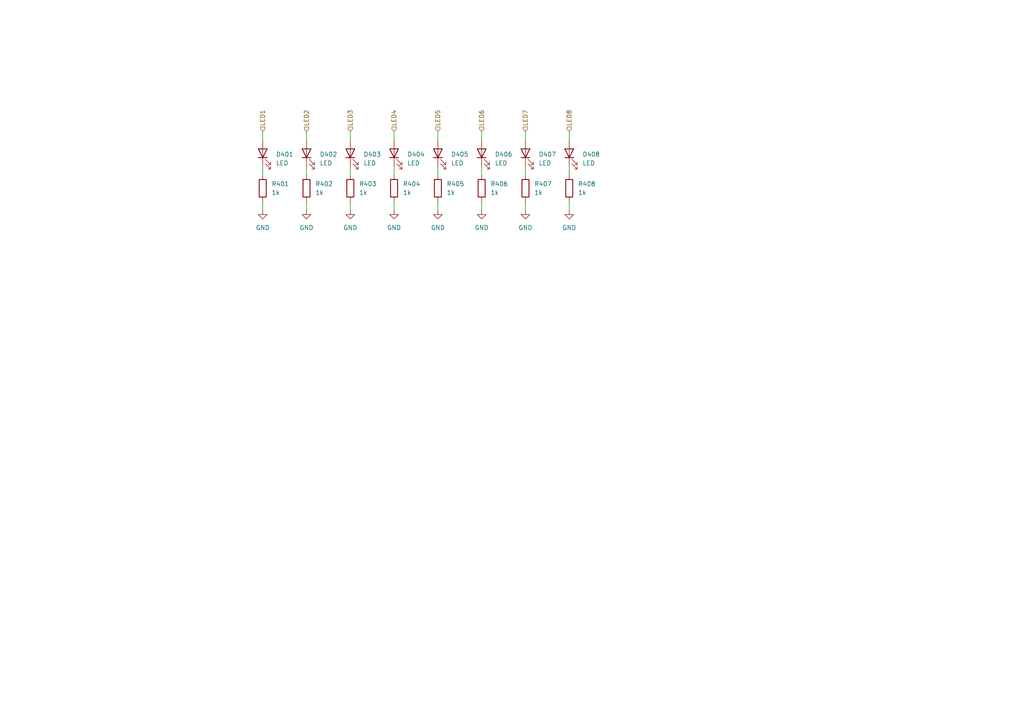
<source format=kicad_sch>
(kicad_sch (version 20231120) (generator "eeschema") (generator_version "8.0")
  (paper "A4")
  (title_block (title "Belegt") (date "2025-01-22") (rev "v0.1") (company "Eurovibes Benedikt Spranger") (comment 1 "SPDX-License-Identifier: CERN-OHL-S-2.0") (comment 2 "https://ohwr.org/cern_ohl_s_v2.txt") (comment 3 "To view a copy of this license, visit") (comment 4 "This work is licensed under the CERN-OHL-S v2"))
  (lib_symbols
    (symbol "Device:LED" (pin_numbers hide) (pin_names (offset 1.016) hide)
      (property "Reference" "D" (at 0 2.54 0))
      (property "Value" "LED" (at 0 -2.54 0))
      (symbol "LED_0_1"
        (polyline (pts (xy -1.27 -1.27) (xy -1.27 1.27)) (stroke (width 0.254)))
        (polyline (pts (xy -1.27 0) (xy 1.27 0)))
        (polyline (pts (xy 1.27 -1.27) (xy 1.27 1.27) (xy -1.27 0) (xy 1.27 -1.27)) (stroke (width 0.254)))
        (polyline (pts (xy -3.048 -0.762) (xy -4.572 -2.286) (xy -3.81 -2.286) (xy -4.572 -2.286) (xy -4.572 -1.524)))
        (polyline (pts (xy -1.778 -0.762) (xy -3.302 -2.286) (xy -2.54 -2.286) (xy -3.302 -2.286) (xy -3.302 -1.524)))
      )
      (symbol "LED_1_1"
        (pin passive line (at -3.81 0 0) (length 2.54) (name "K") (number "1"))
        (pin passive line (at 3.81 0 180) (length 2.54) (name "A") (number "2"))
      )
    )
    (symbol "Device:R" (pin_numbers hide) (pin_names (offset 0))
      (property "Reference" "R" (at 2.032 0 90))
      (property "Value" "R" (at 0 0 90))
      (symbol "R_0_1"
        (rectangle (start -1.016 -2.54) (end 1.016 2.54) (stroke (width 0.254)))
      )
      (symbol "R_1_1"
        (pin passive line (at 0 3.81 270) (length 1.27) (name "~") (number "1"))
        (pin passive line (at 0 -3.81 90) (length 1.27) (name "~") (number "2"))
      )
    )
    (symbol "power:GND" (power) (pin_numbers hide) (pin_names (offset 0) hide)
      (property "Value" "GND" (at 0 -3.81 0))
      (symbol "GND_0_1"
        (polyline (pts (xy 0 0) (xy 0 -1.27) (xy 1.27 -1.27) (xy 0 -2.54) (xy -1.27 -1.27) (xy 0 -1.27)))
      )
      (symbol "GND_1_1"
        (pin power_in line (at 0 0 270) (length 0) (name "~") (number "1"))
      )
    )
  )
  (wire (pts (xy 76.2 38.1) (xy 76.2 40.64)))
  (wire (pts (xy 114.3 38.1) (xy 114.3 40.64)))
  (wire (pts (xy 76.2 48.26) (xy 76.2 50.8)))
  (wire (pts (xy 139.7 48.26) (xy 139.7 50.8)))
  (wire (pts (xy 88.9 38.1) (xy 88.9 40.64)))
  (wire (pts (xy 165.1 38.1) (xy 165.1 40.64)))
  (wire (pts (xy 127 58.42) (xy 127 60.96)))
  (wire (pts (xy 127 38.1) (xy 127 40.64)))
  (wire (pts (xy 101.6 58.42) (xy 101.6 60.96)))
  (wire (pts (xy 152.4 58.42) (xy 152.4 60.96)))
  (wire (pts (xy 114.3 58.42) (xy 114.3 60.96)))
  (wire (pts (xy 76.2 58.42) (xy 76.2 60.96)))
  (wire (pts (xy 165.1 48.26) (xy 165.1 50.8)))
  (wire (pts (xy 139.7 38.1) (xy 139.7 40.64)))
  (wire (pts (xy 139.7 58.42) (xy 139.7 60.96)))
  (wire (pts (xy 152.4 48.26) (xy 152.4 50.8)))
  (wire (pts (xy 152.4 38.1) (xy 152.4 40.64)))
  (wire (pts (xy 101.6 38.1) (xy 101.6 40.64)))
  (wire (pts (xy 88.9 58.42) (xy 88.9 60.96)))
  (wire (pts (xy 165.1 58.42) (xy 165.1 60.96)))
  (wire (pts (xy 101.6 48.26) (xy 101.6 50.8)))
  (wire (pts (xy 88.9 48.26) (xy 88.9 50.8)))
  (wire (pts (xy 127 48.26) (xy 127 50.8)))
  (wire (pts (xy 114.3 48.26) (xy 114.3 50.8)))
  (hierarchical_label "LED8" (shape input) (at 165.1 38.1 90))
  (hierarchical_label "LED6" (shape input) (at 139.7 38.1 90))
  (hierarchical_label "LED2" (shape input) (at 88.9 38.1 90))
  (hierarchical_label "LED7" (shape input) (at 152.4 38.1 90))
  (hierarchical_label "LED5" (shape input) (at 127 38.1 90))
  (hierarchical_label "LED4" (shape input) (at 114.3 38.1 90))
  (hierarchical_label "LED3" (shape input) (at 101.6 38.1 90))
  (hierarchical_label "LED1" (shape input) (at 76.2 38.1 90))
  (symbol (lib_id "power:GND") (at 114.3 60.96 0) (unit 1)
    (property "Reference" "#PWR?" (effects (hide yes)))
    (property "Value" "GND" (at 114.3 66.04 0))
    (property "Description" "Power symbol creates a global label with name \"GND\" , ground" (effects (hide yes)))
  )
  (symbol (lib_id "Device:LED") (at 88.9 44.45 90) (unit 1)
    (property "Reference" "D402" (at 92.71 44.7674 90) (effects (justify right)))
    (property "Value" "LED" (at 92.71 47.3074 90) (effects (justify right)))
    (property "Footprint" "LED_SMD:LED_0603_1608Metric" (effects (hide yes)))
    (property "Description" "Light emitting diode" (effects (hide yes)))
    (property "LCSC#" "C2286" (effects (hide yes)))
    (property "Manufacture" "Hubei KENTO Elec" (effects (hide yes)))
    (property "assemble" "y" (effects (hide yes)))
    (property "mpn" "KT-0603R" (effects (hide yes)))
  )
  (symbol (lib_id "power:GND") (at 76.2 60.96 0) (unit 1)
    (property "Reference" "#PWR?" (effects (hide yes)))
    (property "Value" "GND" (at 76.2 66.04 0))
    (property "Description" "Power symbol creates a global label with name \"GND\" , ground" (effects (hide yes)))
  )
  (symbol (lib_id "Device:R") (at 165.1 54.61 0) (unit 1)
    (property "Reference" "R408" (at 167.64 53.3399 0) (effects (justify left)))
    (property "Value" "1k" (at 167.64 55.8799 0) (effects (justify left)))
    (property "Footprint" "Resistor_SMD:R_0402_1005Metric" (effects (hide yes)))
    (property "Description" "Resistor" (effects (hide yes)))
    (property "LCSC#" "C11702" (effects (hide yes)))
    (property "Manufacture" "UNI-ROYAL(Uniroyal Elec)" (effects (hide yes)))
    (property "assemble" "y" (effects (hide yes)))
    (property "mpn" "0402WGF1001TCE" (effects (hide yes)))
  )
  (symbol (lib_id "Device:R") (at 101.6 54.61 0) (unit 1)
    (property "Reference" "R403" (at 104.14 53.3399 0) (effects (justify left)))
    (property "Value" "1k" (at 104.14 55.8799 0) (effects (justify left)))
    (property "Footprint" "Resistor_SMD:R_0402_1005Metric" (effects (hide yes)))
    (property "Description" "Resistor" (effects (hide yes)))
    (property "LCSC#" "C11702" (effects (hide yes)))
    (property "Manufacture" "UNI-ROYAL(Uniroyal Elec)" (effects (hide yes)))
    (property "assemble" "y" (effects (hide yes)))
    (property "mpn" "0402WGF1001TCE" (effects (hide yes)))
  )
  (symbol (lib_id "Device:LED") (at 165.1 44.45 90) (unit 1)
    (property "Reference" "D408" (at 168.91 44.7674 90) (effects (justify right)))
    (property "Value" "LED" (at 168.91 47.3074 90) (effects (justify right)))
    (property "Footprint" "LED_SMD:LED_0603_1608Metric" (effects (hide yes)))
    (property "Description" "Light emitting diode" (effects (hide yes)))
    (property "LCSC#" "C2286" (effects (hide yes)))
    (property "Manufacture" "Hubei KENTO Elec" (effects (hide yes)))
    (property "assemble" "y" (effects (hide yes)))
    (property "mpn" "KT-0603R" (effects (hide yes)))
  )
  (symbol (lib_id "Device:R") (at 152.4 54.61 0) (unit 1)
    (property "Reference" "R407" (at 154.94 53.3399 0) (effects (justify left)))
    (property "Value" "1k" (at 154.94 55.8799 0) (effects (justify left)))
    (property "Footprint" "Resistor_SMD:R_0402_1005Metric" (effects (hide yes)))
    (property "Description" "Resistor" (effects (hide yes)))
    (property "LCSC#" "C11702" (effects (hide yes)))
    (property "Manufacture" "UNI-ROYAL(Uniroyal Elec)" (effects (hide yes)))
    (property "assemble" "y" (effects (hide yes)))
    (property "mpn" "0402WGF1001TCE" (effects (hide yes)))
  )
  (symbol (lib_id "Device:LED") (at 76.2 44.45 90) (unit 1)
    (property "Reference" "D401" (at 80.01 44.7674 90) (effects (justify right)))
    (property "Value" "LED" (at 80.01 47.3074 90) (effects (justify right)))
    (property "Footprint" "LED_SMD:LED_0603_1608Metric" (effects (hide yes)))
    (property "Description" "Light emitting diode" (effects (hide yes)))
    (property "LCSC#" "C2286" (effects (hide yes)))
    (property "Manufacture" "Hubei KENTO Elec" (effects (hide yes)))
    (property "assemble" "y" (effects (hide yes)))
    (property "mpn" "KT-0603R" (effects (hide yes)))
  )
  (symbol (lib_id "power:GND") (at 88.9 60.96 0) (unit 1)
    (property "Reference" "#PWR?" (effects (hide yes)))
    (property "Value" "GND" (at 88.9 66.04 0))
    (property "Description" "Power symbol creates a global label with name \"GND\" , ground" (effects (hide yes)))
  )
  (symbol (lib_id "power:GND") (at 152.4 60.96 0) (unit 1)
    (property "Reference" "#PWR?" (effects (hide yes)))
    (property "Value" "GND" (at 152.4 66.04 0))
    (property "Description" "Power symbol creates a global label with name \"GND\" , ground" (effects (hide yes)))
  )
  (symbol (lib_id "power:GND") (at 127 60.96 0) (unit 1)
    (property "Reference" "#PWR?" (effects (hide yes)))
    (property "Value" "GND" (at 127 66.04 0))
    (property "Description" "Power symbol creates a global label with name \"GND\" , ground" (effects (hide yes)))
  )
  (symbol (lib_id "Device:R") (at 114.3 54.61 0) (unit 1)
    (property "Reference" "R404" (at 116.84 53.3399 0) (effects (justify left)))
    (property "Value" "1k" (at 116.84 55.8799 0) (effects (justify left)))
    (property "Footprint" "Resistor_SMD:R_0402_1005Metric" (effects (hide yes)))
    (property "Description" "Resistor" (effects (hide yes)))
    (property "LCSC#" "C11702" (effects (hide yes)))
    (property "Manufacture" "UNI-ROYAL(Uniroyal Elec)" (effects (hide yes)))
    (property "assemble" "y" (effects (hide yes)))
    (property "mpn" "0402WGF1001TCE" (effects (hide yes)))
  )
  (symbol (lib_id "power:GND") (at 139.7 60.96 0) (unit 1)
    (property "Reference" "#PWR?" (effects (hide yes)))
    (property "Value" "GND" (at 139.7 66.04 0))
    (property "Description" "Power symbol creates a global label with name \"GND\" , ground" (effects (hide yes)))
  )
  (symbol (lib_id "Device:R") (at 139.7 54.61 0) (unit 1)
    (property "Reference" "R406" (at 142.24 53.3399 0) (effects (justify left)))
    (property "Value" "1k" (at 142.24 55.8799 0) (effects (justify left)))
    (property "Footprint" "Resistor_SMD:R_0402_1005Metric" (effects (hide yes)))
    (property "Description" "Resistor" (effects (hide yes)))
    (property "LCSC#" "C11702" (effects (hide yes)))
    (property "Manufacture" "UNI-ROYAL(Uniroyal Elec)" (effects (hide yes)))
    (property "assemble" "y" (effects (hide yes)))
    (property "mpn" "0402WGF1001TCE" (effects (hide yes)))
  )
  (symbol (lib_id "Device:LED") (at 152.4 44.45 90) (unit 1)
    (property "Reference" "D407" (at 156.21 44.7674 90) (effects (justify right)))
    (property "Value" "LED" (at 156.21 47.3074 90) (effects (justify right)))
    (property "Footprint" "LED_SMD:LED_0603_1608Metric" (effects (hide yes)))
    (property "Description" "Light emitting diode" (effects (hide yes)))
    (property "LCSC#" "C2286" (effects (hide yes)))
    (property "Manufacture" "Hubei KENTO Elec" (effects (hide yes)))
    (property "assemble" "y" (effects (hide yes)))
    (property "mpn" "KT-0603R" (effects (hide yes)))
  )
  (symbol (lib_id "Device:LED") (at 114.3 44.45 90) (unit 1)
    (property "Reference" "D404" (at 118.11 44.7674 90) (effects (justify right)))
    (property "Value" "LED" (at 118.11 47.3074 90) (effects (justify right)))
    (property "Footprint" "LED_SMD:LED_0603_1608Metric" (effects (hide yes)))
    (property "Description" "Light emitting diode" (effects (hide yes)))
    (property "LCSC#" "C2286" (effects (hide yes)))
    (property "Manufacture" "Hubei KENTO Elec" (effects (hide yes)))
    (property "assemble" "y" (effects (hide yes)))
    (property "mpn" "KT-0603R" (effects (hide yes)))
  )
  (symbol (lib_id "power:GND") (at 165.1 60.96 0) (unit 1)
    (property "Reference" "#PWR?" (effects (hide yes)))
    (property "Value" "GND" (at 165.1 66.04 0))
    (property "Description" "Power symbol creates a global label with name \"GND\" , ground" (effects (hide yes)))
  )
  (symbol (lib_id "Device:LED") (at 127 44.45 90) (unit 1)
    (property "Reference" "D405" (at 130.81 44.7674 90) (effects (justify right)))
    (property "Value" "LED" (at 130.81 47.3074 90) (effects (justify right)))
    (property "Footprint" "LED_SMD:LED_0603_1608Metric" (effects (hide yes)))
    (property "Description" "Light emitting diode" (effects (hide yes)))
    (property "LCSC#" "C2286" (effects (hide yes)))
    (property "Manufacture" "Hubei KENTO Elec" (effects (hide yes)))
    (property "assemble" "y" (effects (hide yes)))
    (property "mpn" "KT-0603R" (effects (hide yes)))
  )
  (symbol (lib_id "power:GND") (at 101.6 60.96 0) (unit 1)
    (property "Reference" "#PWR?" (effects (hide yes)))
    (property "Value" "GND" (at 101.6 66.04 0))
    (property "Description" "Power symbol creates a global label with name \"GND\" , ground" (effects (hide yes)))
  )
  (symbol (lib_id "Device:R") (at 88.9 54.61 0) (unit 1)
    (property "Reference" "R402" (at 91.44 53.3399 0) (effects (justify left)))
    (property "Value" "1k" (at 91.44 55.8799 0) (effects (justify left)))
    (property "Footprint" "Resistor_SMD:R_0402_1005Metric" (effects (hide yes)))
    (property "Description" "Resistor" (effects (hide yes)))
    (property "LCSC#" "C11702" (effects (hide yes)))
    (property "Manufacture" "UNI-ROYAL(Uniroyal Elec)" (effects (hide yes)))
    (property "assemble" "y" (effects (hide yes)))
    (property "mpn" "0402WGF1001TCE" (effects (hide yes)))
  )
  (symbol (lib_id "Device:R") (at 76.2 54.61 0) (unit 1)
    (property "Reference" "R401" (at 78.74 53.3399 0) (effects (justify left)))
    (property "Value" "1k" (at 78.74 55.8799 0) (effects (justify left)))
    (property "Footprint" "Resistor_SMD:R_0402_1005Metric" (effects (hide yes)))
    (property "Description" "Resistor" (effects (hide yes)))
    (property "LCSC#" "C11702" (effects (hide yes)))
    (property "Manufacture" "UNI-ROYAL(Uniroyal Elec)" (effects (hide yes)))
    (property "assemble" "y" (effects (hide yes)))
    (property "mpn" "0402WGF1001TCE" (effects (hide yes)))
  )
  (symbol (lib_id "Device:LED") (at 139.7 44.45 90) (unit 1)
    (property "Reference" "D406" (at 143.51 44.7674 90) (effects (justify right)))
    (property "Value" "LED" (at 143.51 47.3074 90) (effects (justify right)))
    (property "Footprint" "LED_SMD:LED_0603_1608Metric" (effects (hide yes)))
    (property "Description" "Light emitting diode" (effects (hide yes)))
    (property "LCSC#" "C2286" (effects (hide yes)))
    (property "Manufacture" "Hubei KENTO Elec" (effects (hide yes)))
    (property "assemble" "y" (effects (hide yes)))
    (property "mpn" "KT-0603R" (effects (hide yes)))
  )
  (symbol (lib_id "Device:R") (at 127 54.61 0) (unit 1)
    (property "Reference" "R405" (at 129.54 53.3399 0) (effects (justify left)))
    (property "Value" "1k" (at 129.54 55.8799 0) (effects (justify left)))
    (property "Footprint" "Resistor_SMD:R_0402_1005Metric" (effects (hide yes)))
    (property "Description" "Resistor" (effects (hide yes)))
    (property "LCSC#" "C11702" (effects (hide yes)))
    (property "Manufacture" "UNI-ROYAL(Uniroyal Elec)" (effects (hide yes)))
    (property "assemble" "y" (effects (hide yes)))
    (property "mpn" "0402WGF1001TCE" (effects (hide yes)))
  )
  (symbol (lib_id "Device:LED") (at 101.6 44.45 90) (unit 1)
    (property "Reference" "D403" (at 105.41 44.7674 90) (effects (justify right)))
    (property "Value" "LED" (at 105.41 47.3074 90) (effects (justify right)))
    (property "Footprint" "LED_SMD:LED_0603_1608Metric" (effects (hide yes)))
    (property "Description" "Light emitting diode" (effects (hide yes)))
    (property "LCSC#" "C2286" (effects (hide yes)))
    (property "Manufacture" "Hubei KENTO Elec" (effects (hide yes)))
    (property "assemble" "y" (effects (hide yes)))
    (property "mpn" "KT-0603R" (effects (hide yes)))
  )
)
</source>
